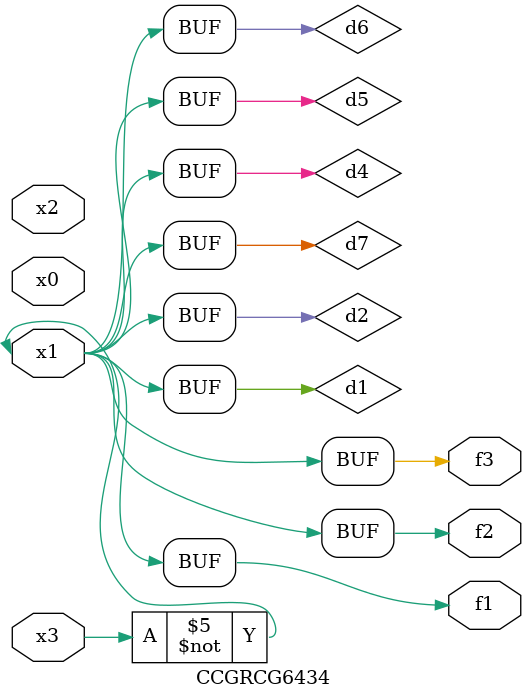
<source format=v>
module CCGRCG6434(
	input x0, x1, x2, x3,
	output f1, f2, f3
);

	wire d1, d2, d3, d4, d5, d6, d7;

	not (d1, x3);
	buf (d2, x1);
	xnor (d3, d1, d2);
	nor (d4, d1);
	buf (d5, d1, d2);
	buf (d6, d4, d5);
	nand (d7, d4);
	assign f1 = d6;
	assign f2 = d7;
	assign f3 = d6;
endmodule

</source>
